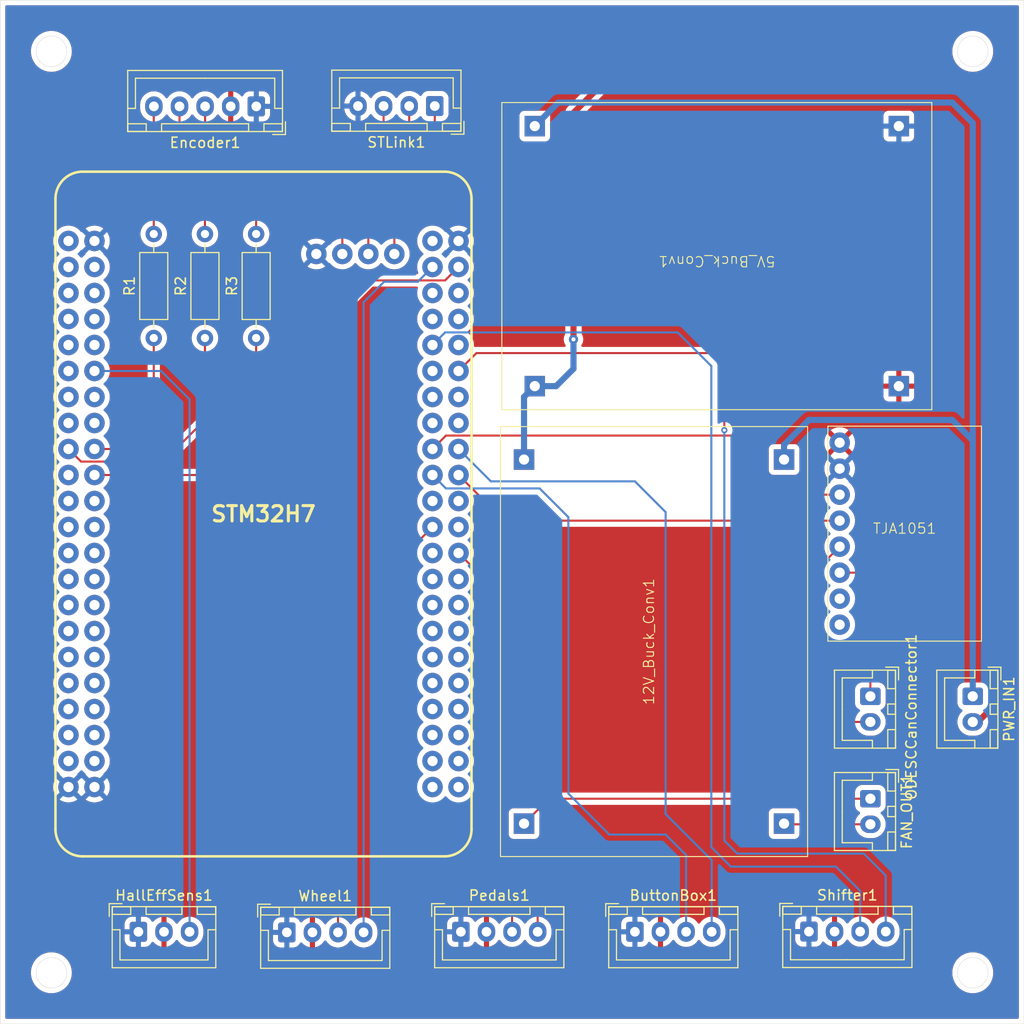
<source format=kicad_pcb>
(kicad_pcb (version 20241229) (generator "pcbnew") (generator_version "9.0")
  (layers (0 "F.Cu" signal "Front") (4 "In1.Cu" signal) (6 "In2.Cu" signal) (2 "B.Cu" signal "Back") (13 "F.Paste" user) (15 "B.Paste" user) (5 "F.SilkS" user "F.Silkscreen") (7 "B.SilkS" user "B.Silkscreen") (1 "F.Mask" user) (3 "B.Mask" user) (25 "Edge.Cuts" user))
  (net 0 "")
  (net 1 "Net-(12V_Buck_Conv1-IN-)")
  (net 2 "Net-(12V_Buck_Conv1-IN+)")
  (net 3 "GND")
  (net 4 "Net-(12V_Buck_Conv1-OUT+)")
  (net 5 "Net-(12V_Buck_Conv1-OUT-)")
  (net 6 "Net-(STM32H7-PC12)")
  (net 7 "Net-(STM32H7-PD2)")
  (net 8 "Net-(Encoder1-Pad5)")
  (net 9 "Net-(Encoder1-Pad3)")
  (net 10 "Net-(Encoder1-Pad4)")
  (net 11 "Net-(STM32H7-PC0)")
  (net 12 "Net-(TJA1051-CANL)")
  (net 13 "Net-(TJA1051-CANH)")
  (net 14 "Net-(STM32H7-PA12)")
  (net 15 "Net-(STM32H7-PA11)")
  (net 16 "Net-(STM32H7-PA0)")
  (net 17 "Net-(STM32H7-PA1)")
  (net 18 "Net-(STM32H7-PA2)")
  (net 19 "Net-(STM32H7-PB4)")
  (net 20 "Net-(STM32H7-PB3)")
  (net 21 "Net-(STM32H7-CLK)")
  (net 22 "Net-(STM32H7-DIO)")
  (net 30 "Net-(STM32H7-PA9)")
  (net 49 "Net-(STM32H7-PE1)")
  (net 54 "Net-(STM32H7-PD0)")
  (net 84 "Net-(STM32H7-PE0)")
  (net 97 "Net-(STM32H7-PD1)")
  (net 98 "+5V")
  (footprint "Resistor_THT:R_Axial_DIN0207_L6.3mm_D2.5mm_P10.16mm_Horizontal" (layer "F.Cu") (at 115 76 90)
    (property "Reference" "R2" (at 5.08 -2.37 90) (layer "F.SilkS"))
    (property "Value" "510" (hide yes))
    (pad "1" thru_hole circle (at 0 0 90) (size 1.6 1.6) (drill 0.8) (layers "*.Cu" "*.Mask") (net 17 "Net-(STM32H7-PA1)"))
    (pad "2" thru_hole circle (at 10.16 0 90) (size 1.6 1.6) (drill 0.8) (layers "*.Cu" "*.Mask") (net 10 "Net-(Encoder1-Pad4)"))
  )
  (footprint "Connector_JST:JST_XH_B4B-XH-A_1x04_P2.50mm_Vertical" (layer "F.Cu") (at 123 134.056676)
    (property "Reference" "Wheel1" (at 3.75 -3.55 0) (layer "F.SilkS"))
    (property "Value" "~")
    (pad "1" thru_hole roundrect (at 0 0) (size 1.7 1.95) (drill 0.95) (layers "*.Cu" "*.Mask") (roundrect_rratio 0.147059) (net 3 "GND"))
    (pad "2" thru_hole oval (at 2.5 0) (size 1.7 1.95) (drill 0.95) (layers "*.Cu" "*.Mask") (net 98 "+5V"))
    (pad "3" thru_hole oval (at 5 0) (size 1.7 1.95) (drill 0.95) (layers "*.Cu" "*.Mask") (net 49 "Net-(STM32H7-PE1)"))
    (pad "4" thru_hole oval (at 7.5 0) (size 1.7 1.95) (drill 0.95) (layers "*.Cu" "*.Mask") (net 84 "Net-(STM32H7-PE0)"))
  )
  (footprint "Connector_JST:JST_XH_B2B-XH-A_1x02_P2.50mm_Vertical" (layer "F.Cu") (at 190 111 -90)
    (property "Reference" "PWR_IN1" (at 1.25 -3.55 90) (layer "F.SilkS"))
    (property "Value" "~" (hide yes))
    (pad "1" thru_hole roundrect (at 0 0 270) (size 1.7 2) (drill 1) (layers "*.Cu" "*.Mask") (roundrect_rratio 0.147059) (net 1 "Net-(12V_Buck_Conv1-IN-)"))
    (pad "2" thru_hole oval (at 2.5 0 270) (size 1.7 2) (drill 1) (layers "*.Cu" "*.Mask") (net 2 "Net-(12V_Buck_Conv1-IN+)"))
  )
  (footprint "Resistor_THT:R_Axial_DIN0207_L6.3mm_D2.5mm_P10.16mm_Horizontal" (layer "F.Cu") (at 110 76 90)
    (property "Reference" "R1" (at 5.08 -2.37 90) (layer "F.SilkS"))
    (property "Value" "510" (hide yes))
    (pad "1" thru_hole circle (at 0 0 90) (size 1.6 1.6) (drill 0.8) (layers "*.Cu" "*.Mask") (net 16 "Net-(STM32H7-PA0)"))
    (pad "2" thru_hole circle (at 10.16 0 90) (size 1.6 1.6) (drill 0.8) (layers "*.Cu" "*.Mask") (net 8 "Net-(Encoder1-Pad5)"))
  )
  (footprint "Connector_JST:JST_XH_B4B-XH-A_1x04_P2.50mm_Vertical" (layer "F.Cu") (at 140 134)
    (property "Reference" "Pedals1" (at 3.75 -3.55 0) (layer "F.SilkS"))
    (property "Value" "~")
    (pad "1" thru_hole roundrect (at 0 0) (size 1.7 1.95) (drill 0.95) (layers "*.Cu" "*.Mask") (roundrect_rratio 0.147059) (net 3 "GND"))
    (pad "2" thru_hole oval (at 2.5 0) (size 1.7 1.95) (drill 0.95) (layers "*.Cu" "*.Mask") (net 98 "+5V"))
    (pad "3" thru_hole oval (at 5 0) (size 1.7 1.95) (drill 0.95) (layers "*.Cu" "*.Mask") (net 14 "Net-(STM32H7-PA12)"))
    (pad "4" thru_hole oval (at 7.5 0) (size 1.7 1.95) (drill 0.95) (layers "*.Cu" "*.Mask") (net 15 "Net-(STM32H7-PA11)"))
  )
  (footprint "Connector_JST:JST_XH_B4B-XH-A_1x04_P2.50mm_Vertical" (layer "F.Cu") (at 174 133.979525)
    (property "Reference" "Shifter1" (at 3.75 -3.55 0) (layer "F.SilkS"))
    (property "Value" "~")
    (pad "1" thru_hole roundrect (at 0 0) (size 1.7 1.95) (drill 0.95) (layers "*.Cu" "*.Mask") (roundrect_rratio 0.147059) (net 3 "GND"))
    (pad "2" thru_hole oval (at 2.5 0) (size 1.7 1.95) (drill 0.95) (layers "*.Cu" "*.Mask") (net 98 "+5V"))
    (pad "3" thru_hole oval (at 5 0) (size 1.7 1.95) (drill 0.95) (layers "*.Cu" "*.Mask") (net 19 "Net-(STM32H7-PB4)"))
    (pad "4" thru_hole oval (at 7.5 0) (size 1.7 1.95) (drill 0.95) (layers "*.Cu" "*.Mask") (net 20 "Net-(STM32H7-PB3)"))
  )
  (footprint "Connector_JST:JST_XH_B4B-XH-A_1x04_P2.50mm_Vertical" (layer "F.Cu") (at 137.450116 53.34 180)
    (property "Reference" "STLink1" (at 3.75 -3.55 0) (layer "F.SilkS"))
    (property "Value" "~")
    (pad "1" thru_hole roundrect (at 0 0 180) (size 1.7 1.95) (drill 0.95) (layers "*.Cu" "*.Mask") (roundrect_rratio 0.147059) (net 30 "Net-(STM32H7-PA9)"))
    (pad "2" thru_hole oval (at 2.5 0 180) (size 1.7 1.95) (drill 0.95) (layers "*.Cu" "*.Mask") (net 22 "Net-(STM32H7-DIO)"))
    (pad "3" thru_hole oval (at 5 0 180) (size 1.7 1.95) (drill 0.95) (layers "*.Cu" "*.Mask") (net 21 "Net-(STM32H7-CLK)"))
    (pad "4" thru_hole oval (at 7.5 0 180) (size 1.7 1.95) (drill 0.95) (layers "*.Cu" "*.Mask") (net 3 "GND"))
  )
  (footprint "Connector_JST:JST_XH_B3B-XH-A_1x03_P2.50mm_Vertical" (layer "F.Cu") (at 108.5 134)
    (property "Reference" "HallEffSens1" (at 2.5 -3.55 0) (layer "F.SilkS"))
    (property "Value" "~")
    (pad "1" thru_hole roundrect (at 0 0) (size 1.7 1.95) (drill 0.95) (layers "*.Cu" "*.Mask") (roundrect_rratio 0.147059) (net 3 "GND"))
    (pad "2" thru_hole oval (at 2.5 0) (size 1.7 1.95) (drill 0.95) (layers "*.Cu" "*.Mask") (net 98 "+5V"))
    (pad "3" thru_hole oval (at 5 0) (size 1.7 1.95) (drill 0.95) (layers "*.Cu" "*.Mask") (net 11 "Net-(STM32H7-PC0)"))
  )
  (footprint "Connector_JST:JST_XH_B4B-XH-A_1x04_P2.50mm_Vertical" (layer "F.Cu") (at 157 134)
    (property "Reference" "ButtonBox1" (at 3.75 -3.55 0) (layer "F.SilkS"))
    (property "Value" "~")
    (pad "1" thru_hole roundrect (at 0 0) (size 1.7 1.95) (drill 0.95) (layers "*.Cu" "*.Mask") (roundrect_rratio 0.147059) (net 3 "GND"))
    (pad "2" thru_hole oval (at 2.5 0) (size 1.7 1.95) (drill 0.95) (layers "*.Cu" "*.Mask") (net 98 "+5V"))
    (pad "3" thru_hole oval (at 5 0) (size 1.7 1.95) (drill 0.95) (layers "*.Cu" "*.Mask") (net 6 "Net-(STM32H7-PC12)"))
    (pad "4" thru_hole oval (at 7.5 0) (size 1.7 1.95) (drill 0.95) (layers "*.Cu" "*.Mask") (net 7 "Net-(STM32H7-PD2)"))
  )
  (footprint "Buck Converter:Buck Converter" (layer "F.Cu") (at 158.868156 105.650339 90)
    (property "Reference" "12V_Buck_Conv1" (at 0 -0.5 90) (layer "F.SilkS") (effects (font (thickness 0.1))))
    (property "Value" "~")
    (pad "1" thru_hole rect (at 17.78 -12.7 90) (size 2 2) (drill 1) (layers "*.Cu" "*.Mask") (net 2 "Net-(12V_Buck_Conv1-IN+)"))
    (pad "2" thru_hole rect (at 17.78 12.7 90) (size 2 2) (drill 1) (layers "*.Cu" "*.Mask") (net 1 "Net-(12V_Buck_Conv1-IN-)"))
    (pad "3" thru_hole rect (at -17.78 -12.7 90) (size 2 2) (drill 1) (layers "*.Cu" "*.Mask") (net 4 "Net-(12V_Buck_Conv1-OUT+)"))
    (pad "4" thru_hole rect (at -17.78 12.7 90) (size 2 2) (drill 1) (layers "*.Cu" "*.Mask") (net 5 "Net-(12V_Buck_Conv1-OUT-)"))
  )
  (footprint "Connector_JST:JST_XH_B2B-XH-A_1x02_P2.50mm_Vertical" (layer "F.Cu") (at 180 121 -90)
    (property "Reference" "FAN_OUT1" (at 1.25 -3.55 90) (layer "F.SilkS"))
    (property "Value" "~" (hide yes))
    (pad "1" thru_hole roundrect (at 0 0 270) (size 1.7 2) (drill 1) (layers "*.Cu" "*.Mask") (roundrect_rratio 0.147059) (net 4 "Net-(12V_Buck_Conv1-OUT+)"))
    (pad "2" thru_hole oval (at 2.5 0 270) (size 1.7 2) (drill 1) (layers "*.Cu" "*.Mask") (net 5 "Net-(12V_Buck_Conv1-OUT-)"))
  )
  (footprint "Resistor_THT:R_Axial_DIN0207_L6.3mm_D2.5mm_P10.16mm_Horizontal" (layer "F.Cu") (at 120 76 90)
    (property "Reference" "R3" (at 5.08 -2.37 90) (layer "F.SilkS"))
    (property "Value" "510" (hide yes))
    (pad "1" thru_hole circle (at 0 0 90) (size 1.6 1.6) (drill 0.8) (layers "*.Cu" "*.Mask") (net 18 "Net-(STM32H7-PA2)"))
    (pad "2" thru_hole circle (at 10.16 0 90) (size 1.6 1.6) (drill 0.8) (layers "*.Cu" "*.Mask") (net 9 "Net-(Encoder1-Pad3)"))
  )
  (footprint "STM32H7 Board:WeAct Board" (layer "F.Cu") (at 120.72 93.19)
    (property "Reference" "STM32H7" (at 0 0 0) (layer "F.SilkS") (effects (font (size 1.5 1.5) (thickness 0.3) (bold yes))))
    (property "Value" "~")
    (pad "1" thru_hole circle (at -19.05 -26.67) (size 2 2) (drill 1) (layers "*.Cu" "*.Mask"))
    (pad "2" thru_hole circle (at -16.51 -26.67) (size 2 2) (drill 1) (layers "*.Cu" "*.Mask") (net 3 "GND"))
    (pad "3" thru_hole circle (at -19.05 -24.13) (size 2 2) (drill 1) (layers "*.Cu" "*.Mask"))
    (pad "4" thru_hole circle (at -16.51 -24.13) (size 2 2) (drill 1) (layers "*.Cu" "*.Mask"))
    (pad "5" thru_hole circle (at -19.05 -21.59) (size 2 2) (drill 1) (layers "*.Cu" "*.Mask"))
    (pad "6" thru_hole circle (at -16.51 -21.59) (size 2 2) (drill 1) (layers "*.Cu" "*.Mask"))
    (pad "7" thru_hole circle (at -19.05 -19.05) (size 2 2) (drill 1) (layers "*.Cu" "*.Mask"))
    (pad "8" thru_hole circle (at -16.51 -19.05) (size 2 2) (drill 1) (layers "*.Cu" "*.Mask"))
    (pad "9" thru_hole circle (at -19.05 -16.51) (size 2 2) (drill 1) (layers "*.Cu" "*.Mask"))
    (pad "10" thru_hole circle (at -16.51 -16.51) (size 2 2) (drill 1) (layers "*.Cu" "*.Mask"))
    (pad "11" thru_hole circle (at -19.05 -13.97) (size 2 2) (drill 1) (layers "*.Cu" "*.Mask"))
    (pad "12" thru_hole circle (at -16.51 -13.97) (size 2 2) (drill 1) (layers "*.Cu" "*.Mask") (net 11 "Net-(STM32H7-PC0)"))
    (pad "13" thru_hole circle (at -19.05 -11.43) (size 2 2) (drill 1) (layers "*.Cu" "*.Mask"))
    (pad "14" thru_hole circle (at -16.51 -11.43) (size 2 2) (drill 1) (layers "*.Cu" "*.Mask"))
    (pad "15" thru_hole circle (at -19.05 -8.89) (size 2 2) (drill 1) (layers "*.Cu" "*.Mask"))
    (pad "16" thru_hole circle (at -16.51 -8.89) (size 2 2) (drill 1) (layers "*.Cu" "*.Mask"))
    (pad "17" thru_hole circle (at -19.05 -6.35) (size 2 2) (drill 1) (layers "*.Cu" "*.Mask") (net 17 "Net-(STM32H7-PA1)"))
    (pad "18" thru_hole circle (at -16.51 -6.35) (size 2 2) (drill 1) (layers "*.Cu" "*.Mask") (net 16 "Net-(STM32H7-PA0)"))
    (pad "19" thru_hole circle (at -19.05 -3.81) (size 2 2) (drill 1) (layers "*.Cu" "*.Mask"))
    (pad "20" thru_hole circle (at -16.51 -3.81) (size 2 2) (drill 1) (layers "*.Cu" "*.Mask") (net 18 "Net-(STM32H7-PA2)"))
    (pad "21" thru_hole circle (at -19.05 -1.27) (size 2 2) (drill 1) (layers "*.Cu" "*.Mask"))
    (pad "22" thru_hole circle (at -16.51 -1.27) (size 2 2) (drill 1) (layers "*.Cu" "*.Mask"))
    (pad "23" thru_hole circle (at -19.05 1.27) (size 2 2) (drill 1) (layers "*.Cu" "*.Mask"))
    (pad "24" thru_hole circle (at -16.51 1.27) (size 2 2) (drill 1) (layers "*.Cu" "*.Mask"))
    (pad "25" thru_hole circle (at -19.05 3.81) (size 2 2) (drill 1) (layers "*.Cu" "*.Mask"))
    (pad "26" thru_hole circle (at -16.51 3.81) (size 2 2) (drill 1) (layers "*.Cu" "*.Mask"))
    (pad "27" thru_hole circle (at -19.05 6.35) (size 2 2) (drill 1) (layers "*.Cu" "*.Mask"))
    (pad "28" thru_hole circle (at -16.51 6.35) (size 2 2) (drill 1) (layers "*.Cu" "*.Mask"))
    (pad "29" thru_hole circle (at -19.05 8.89) (size 2 2) (drill 1) (layers "*.Cu" "*.Mask"))
    (pad "30" thru_hole circle (at -16.51 8.89) (size 2 2) (drill 1) (layers "*.Cu" "*.Mask"))
    (pad "31" thru_hole circle (at -19.05 11.43) (size 2 2) (drill 1) (layers "*.Cu" "*.Mask"))
    (pad "32" thru_hole circle (at -16.51 11.43) (size 2 2) (drill 1) (layers "*.Cu" "*.Mask"))
    (pad "33" thru_hole circle (at -19.05 13.97) (size 2 2) (drill 1) (layers "*.Cu" "*.Mask"))
    (pad "34" thru_hole circle (at -16.51 13.97) (size 2 2) (drill 1) (layers "*.Cu" "*.Mask"))
    (pad "35" thru_hole circle (at -19.05 16.51) (size 2 2) (drill 1) (layers "*.Cu" "*.Mask"))
    (pad "36" thru_hole circle (at -16.51 16.51) (size 2 2) (drill 1) (layers "*.Cu" "*.Mask"))
    (pad "37" thru_hole circle (at -19.05 19.05) (size 2 2) (drill 1) (layers "*.Cu" "*.Mask"))
    (pad "38" thru_hole circle (at -16.51 19.05) (size 2 2) (drill 1) (layers "*.Cu" "*.Mask"))
    (pad "39" thru_hole circle (at -19.05 21.59) (size 2 2) (drill 1) (layers "*.Cu" "*.Mask"))
    (pad "40" thru_hole circle (at -16.51 21.59) (size 2 2) (drill 1) (layers "*.Cu" "*.Mask"))
    (pad "41" thru_hole circle (at -19.05 24.13) (size 2 2) (drill 1) (layers "*.Cu" "*.Mask"))
    (pad "42" thru_hole circle (at -16.51 24.13) (size 2 2) (drill 1) (layers "*.Cu" "*.Mask"))
    (pad "43" thru_hole circle (at -19.05 26.67) (size 2 2) (drill 1) (layers "*.Cu" "*.Mask") (net 3 "GND"))
    (pad "44" thru_hole circle (at -16.51 26.67) (size 2 2) (drill 1) (layers "*.Cu" "*.Mask") (net 3 "GND"))
    (pad "45" thru_hole circle (at 16.51 26.67) (size 2 2) (drill 1) (layers "*.Cu" "*.Mask"))
    (pad "46" thru_hole circle (at 19.05 26.67) (size 2 2) (drill 1) (layers "*.Cu" "*.Mask"))
    (pad "47" thru_hole circle (at 16.51 24.13) (size 2 2) (drill 1) (layers "*.Cu" "*.Mask"))
    (pad "48" thru_hole circle (at 19.05 24.13) (size 2 2) (drill 1) (layers "*.Cu" "*.Mask"))
    (pad "49" thru_hole circle (at 16.51 21.59) (size 2 2) (drill 1) (layers "*.Cu" "*.Mask"))
    (pad "50" thru_hole circle (at 19.05 21.59) (size 2 2) (drill 1) (layers "*.Cu" "*.Mask"))
    (pad "51" thru_hole circle (at 16.51 19.05) (size 2 2) (drill 1) (layers "*.Cu" "*.Mask"))
    (pad "52" thru_hole circle (at 19.05 19.05) (size 2 2) (drill 1) (layers "*.Cu" "*.Mask"))
    (pad "53" thru_hole circle (at 16.51 16.51) (size 2 2) (drill 1) (layers "*.Cu" "*.Mask"))
    (pad "54" thru_hole circle (at 19.05 16.51) (size 2 2) (drill 1) (layers "*.Cu" "*.Mask"))
    (pad "55" thru_hole circle (at 16.51 13.97) (size 2 2) (drill 1) (layers "*.Cu" "*.Mask"))
    (pad "56" thru_hole circle (at 19.05 13.97) (size 2 2) (drill 1) (layers "*.Cu" "*.Mask"))
    (pad "57" thru_hole circle (at 16.51 11.43) (size 2 2) (drill 1) (layers "*.Cu" "*.Mask"))
    (pad "58" thru_hole circle (at 19.05 11.43) (size 2 2) (drill 1) (layers "*.Cu" "*.Mask"))
    (pad "59" thru_hole circle (at 16.51 8.89) (size 2 2) (drill 1) (layers "*.Cu" "*.Mask"))
    (pad "60" thru_hole circle (at 19.05 8.89) (size 2 2) (drill 1) (layers "*.Cu" "*.Mask"))
    (pad "61" thru_hole circle (at 16.51 6.35) (size 2 2) (drill 1) (layers "*.Cu" "*.Mask"))
    (pad "62" thru_hole circle (at 19.05 6.35) (size 2 2) (drill 1) (layers "*.Cu" "*.Mask") (net 30 "Net-(STM32H7-PA9)"))
    (pad "63" thru_hole circle (at 16.51 3.81) (size 2 2) (drill 1) (layers "*.Cu" "*.Mask"))
    (pad "64" thru_hole circle (at 19.05 3.81) (size 2 2) (drill 1) (layers "*.Cu" "*.Mask") (net 15 "Net-(STM32H7-PA11)"))
    (pad "65" thru_hole circle (at 16.51 1.27) (size 2 2) (drill 1) (layers "*.Cu" "*.Mask") (net 14 "Net-(STM32H7-PA12)"))
    (pad "66" thru_hole circle (at 19.05 1.27) (size 2 2) (drill 1) (layers "*.Cu" "*.Mask"))
    (pad "67" thru_hole circle (at 16.51 -1.27) (size 2 2) (drill 1) (layers "*.Cu" "*.Mask"))
    (pad "68" thru_hole circle (at 19.05 -1.27) (size 2 2) (drill 1) (layers "*.Cu" "*.Mask"))
    (pad "69" thru_hole circle (at 16.51 -3.81) (size 2 2) (drill 1) (layers "*.Cu" "*.Mask") (net 6 "Net-(STM32H7-PC12)"))
    (pad "70" thru_hole circle (at 19.05 -3.81) (size 2 2) (drill 1) (layers "*.Cu" "*.Mask") (net 54 "Net-(STM32H7-PD0)"))
    (pad "71" thru_hole circle (at 16.51 -6.35) (size 2 2) (drill 1) (layers "*.Cu" "*.Mask") (net 97 "Net-(STM32H7-PD1)"))
    (pad "72" thru_hole circle (at 19.05 -6.35) (size 2 2) (drill 1) (layers "*.Cu" "*.Mask") (net 7 "Net-(STM32H7-PD2)"))
    (pad "73" thru_hole circle (at 16.51 -8.89) (size 2 2) (drill 1) (layers "*.Cu" "*.Mask"))
    (pad "74" thru_hole circle (at 19.05 -8.89) (size 2 2) (drill 1) (layers "*.Cu" "*.Mask"))
    (pad "75" thru_hole circle (at 16.51 -11.43) (size 2 2) (drill 1) (layers "*.Cu" "*.Mask"))
    (pad "76" thru_hole circle (at 19.05 -11.43) (size 2 2) (drill 1) (layers "*.Cu" "*.Mask"))
    (pad "77" thru_hole circle (at 16.51 -13.97) (size 2 2) (drill 1) (layers "*.Cu" "*.Mask"))
    (pad "78" thru_hole circle (at 19.05 -13.97) (size 2 2) (drill 1) (layers "*.Cu" "*.Mask") (net 20 "Net-(STM32H7-PB3)"))
    (pad "79" thru_hole circle (at 16.51 -16.51) (size 2 2) (drill 1) (layers "*.Cu" "*.Mask") (net 19 "Net-(STM32H7-PB4)"))
    (pad "80" thru_hole circle (at 19.05 -16.51) (size 2 2) (drill 1) (layers "*.Cu" "*.Mask"))
    (pad "81" thru_hole circle (at 16.51 -19.05) (size 2 2) (drill 1) (layers "*.Cu" "*.Mask"))
    (pad "82" thru_hole circle (at 19.05 -19.05) (size 2 2) (drill 1) (layers "*.Cu" "*.Mask"))
    (pad "83" thru_hole circle (at 16.51 -21.59) (size 2 2) (drill 1) (layers "*.Cu" "*.Mask"))
    (pad "84" thru_hole circle (at 19.05 -21.59) (size 2 2) (drill 1) (layers "*.Cu" "*.Mask"))
    (pad "85" thru_hole circle (at 16.51 -24.13) (size 2 2) (drill 1) (layers "*.Cu" "*.Mask") (net 84 "Net-(STM32H7-PE0)"))
    (pad "86" thru_hole circle (at 19.05 -24.13) (size 2 2) (drill 1) (layers "*.Cu" "*.Mask") (net 49 "Net-(STM32H7-PE1)"))
    (pad "87" thru_hole circle (at 16.51 -26.67) (size 2 2) (drill 1) (layers "*.Cu" "*.Mask"))
    (pad "88" thru_hole circle (at 19.05 -26.67) (size 2 2) (drill 1) (layers "*.Cu" "*.Mask") (net 3 "GND"))
    (pad "89" thru_hole circle (at 12.78 -25.4) (size 2 2) (drill 1) (layers "*.Cu" "*.Mask") (net 30 "Net-(STM32H7-PA9)"))
    (pad "90" thru_hole circle (at 10.24 -25.4) (size 2 2) (drill 1) (layers "*.Cu" "*.Mask") (net 22 "Net-(STM32H7-DIO)"))
    (pad "91" thru_hole circle (at 7.7 -25.4) (size 2 2) (drill 1) (layers "*.Cu" "*.Mask") (net 21 "Net-(STM32H7-CLK)"))
    (pad "92" thru_hole circle (at 5.16 -25.4) (size 2 2) (drill 1) (layers "*.Cu" "*.Mask") (net 3 "GND"))
  )
  (footprint "Connector_JST:JST_XH_B5B-XH-A_1x05_P2.50mm_Vertical" (layer "F.Cu") (at 120.015 53.371787 180)
    (property "Reference" "Encoder1" (at 5 -3.55 0) (layer "F.SilkS"))
    (property "Value" "~")
    (pad "1" thru_hole roundrect (at 0 0 180) (size 1.7 1.95) (drill 0.95) (layers "*.Cu" "*.Mask") (roundrect_rratio 0.147059) (net 3 "GND"))
    (pad "2" thru_hole oval (at 2.5 0 180) (size 1.7 1.95) (drill 0.95) (layers "*.Cu" "*.Mask") (net 98 "+5V"))
    (pad "3" thru_hole oval (at 5 0 180) (size 1.7 1.95) (drill 0.95) (layers "*.Cu" "*.Mask") (net 9 "Net-(Encoder1-Pad3)"))
    (pad "4" thru_hole oval (at 7.5 0 180) (size 1.7 1.95) (drill 0.95) (layers "*.Cu" "*.Mask") (net 10 "Net-(Encoder1-Pad4)"))
    (pad "5" thru_hole oval (at 10 0 180) (size 1.7 1.95) (drill 0.95) (layers "*.Cu" "*.Mask") (net 8 "Net-(Encoder1-Pad5)"))
  )
  (footprint "TJA1051 Board:TJA1051 Board" (layer "F.Cu") (at 183.35 95.11)
    (property "Reference" "TJA1051" (at 0 -0.5 0) (layer "F.SilkS") (effects (font (thickness 0.1))))
    (property "Value" "~")
    (pad "1" thru_hole circle (at -6.35 -8.89) (size 2 2) (drill 1) (layers "*.Cu" "*.Mask") (net 98 "+5V"))
    (pad "2" thru_hole circle (at -6.35 -6.35) (size 2 2) (drill 1) (layers "*.Cu" "*.Mask") (net 3 "GND"))
    (pad "3" thru_hole circle (at -6.35 -3.81) (size 2 2) (drill 1) (layers "*.Cu" "*.Mask") (net 97 "Net-(STM32H7-PD1)"))
    (pad "4" thru_hole circle (at -6.35 -1.27) (size 2 2) (drill 1) (layers "*.Cu" "*.Mask") (net 54 "Net-(STM32H7-PD0)"))
    (pad "5" thru_hole circle (at -6.35 1.27) (size 2 2) (drill 1) (layers "*.Cu" "*.Mask") (net 13 "Net-(TJA1051-CANH)"))
    (pad "6" thru_hole circle (at -6.35 3.81) (size 2 2) (drill 1) (layers "*.Cu" "*.Mask") (net 12 "Net-(TJA1051-CANL)"))
    (pad "7" thru_hole circle (at -6.35 6.35) (size 2 2) (drill 1) (layers "*.Cu" "*.Mask"))
    (pad "8" thru_hole circle (at -6.35 8.89) (size 2 2) (drill 1) (layers "*.Cu" "*.Mask") (net 30 "Net-(STM32H7-PA9)"))
  )
  (footprint "Buck Converter:Buck Converter" (layer "F.Cu") (at 165 68 180)
    (property "Reference" "5V_Buck_Conv1" (at 0 -0.5 180) (layer "F.SilkS") (effects (font (thickness 0.1))))
    (property "Value" "~")
    (pad "1" thru_hole rect (at 17.78 -12.7 180) (size 2 2) (drill 1) (layers "*.Cu" "*.Mask") (net 2 "Net-(12V_Buck_Conv1-IN+)"))
    (pad "2" thru_hole rect (at 17.78 12.7 180) (size 2 2) (drill 1) (layers "*.Cu" "*.Mask") (net 1 "Net-(12V_Buck_Conv1-IN-)"))
    (pad "3" thru_hole rect (at -17.78 -12.7 180) (size 2 2) (drill 1) (layers "*.Cu" "*.Mask") (net 98 "+5V"))
    (pad "4" thru_hole rect (at -17.78 12.7 180) (size 2 2) (drill 1) (layers "*.Cu" "*.Mask") (net 3 "GND"))
  )
  (footprint "Connector_JST:JST_XH_B2B-XH-A_1x02_P2.50mm_Vertical" (layer "F.Cu") (at 180 111 -90)
    (property "Reference" "ODESCCanConnector1" (at 2 -4 90) (layer "F.SilkS"))
    (property "Value" "~")
    (pad "1" thru_hole roundrect (at 0 0 270) (size 1.7 2) (drill 1) (layers "*.Cu" "*.Mask") (roundrect_rratio 0.147059) (net 12 "Net-(TJA1051-CANL)"))
    (pad "2" thru_hole oval (at 2.5 0 270) (size 1.7 2) (drill 1) (layers "*.Cu" "*.Mask") (net 13 "Net-(TJA1051-CANH)"))
  )
  (gr_circle (center 190 138) (end 191.5 138) (stroke (width 0.0381)) (fill no) (layer "Edge.Cuts"))
  (gr_circle (center 190 48) (end 191.5 48) (stroke (width 0.0381)) (fill no) (layer "Edge.Cuts"))
  (gr_rect (start 95 43) (end 195 143) (stroke (width 0.0381)) (fill no) (layer "Edge.Cuts"))
  (gr_circle (center 100 138) (end 101.5 138) (stroke (width 0.0381)) (fill no) (layer "Edge.Cuts"))
  (gr_circle (center 100 48) (end 101.5 48) (stroke (width 0.0381)) (fill no) (layer "Edge.Cuts"))
  (segment (start 190 86) (end 190 55) (width 0.6) (layer "B.Cu") (net 1))
  (segment (start 149.52 53) (end 147.22 55.3) (width 0.6) (layer "B.Cu") (net 1))
  (segment (start 171.568156 86.431844) (end 174 84) (width 0.6) (layer "B.Cu") (net 1))
  (segment (start 190 111) (end 190 86) (width 0.6) (layer "B.Cu") (net 1))
  (segment (start 188 84) (end 190 86) (width 0.6) (layer "B.Cu") (net 1))
  (segment (start 190 55) (end 188 53) (width 0.6) (layer "B.Cu") (net 1))
  (segment (start 174 84) (end 188 84) (width 0.6) (layer "B.Cu") (net 1))
  (segment (start 188 53) (end 149.52 53) (width 0.6) (layer "B.Cu") (net 1))
  (segment (start 171.568156 87.870339) (end 171.568156 86.431844) (width 0.6) (layer "B.Cu") (net 1))
  (segment (start 190.5 113.5) (end 192 112) (width 0.6) (layer "F.Cu") (net 2))
  (segment (start 192 112) (end 192 54) (width 0.6) (layer "F.Cu") (net 2))
  (segment (start 189 51) (end 154 51) (width 0.6) (layer "F.Cu") (net 2))
  (segment (start 192 54) (end 189 51) (width 0.6) (layer "F.Cu") (net 2))
  (segment (start 154 51) (end 151 54) (width 0.6) (layer "F.Cu") (net 2))
  (segment (start 151 54) (end 151 76.129) (width 0.6) (layer "F.Cu") (net 2))
  (segment (start 190 113.5) (end 190.5 113.5) (width 0.6) (layer "F.Cu") (net 2))
  (via (at 151 76.129) (size 0.9) (drill 0.4) (layers "F.Cu" "B.Cu") (net 2))
  (segment (start 149.3 80.7) (end 147.22 80.7) (width 0.6) (layer "B.Cu") (net 2))
  (segment (start 146.168156 87.870339) (end 146.168156 81.751844) (width 0.6) (layer "B.Cu") (net 2))
  (segment (start 151 76.129) (end 151 79) (width 0.6) (layer "B.Cu") (net 2))
  (segment (start 146.168156 81.751844) (end 147.22 80.7) (width 0.6) (layer "B.Cu") (net 2))
  (segment (start 151 79) (end 149.3 80.7) (width 0.6) (layer "B.Cu") (net 2))
  (segment (start 126 67.67) (end 125.88 67.79) (width 0.127) (layer "F.Cu") (net 3))
  (segment (start 148.598495 121) (end 146.168156 123.430339) (width 0.2) (layer "F.Cu") (net 4))
  (segment (start 180 121) (end 148.598495 121) (width 0.2) (layer "F.Cu") (net 4))
  (segment (start 180 123.5) (end 171.637817 123.5) (width 0.2) (layer "F.Cu") (net 5))
  (segment (start 171.637817 123.5) (end 171.568156 123.430339) (width 0.2) (layer "F.Cu") (net 5))
  (segment (start 147.692 90.692) (end 138.542 90.692) (width 0.2) (layer "B.Cu") (net 6))
  (segment (start 138.542 90.692) (end 137.23 89.38) (width 0.2) (layer "B.Cu") (net 6))
  (segment (start 150.5 93.5) (end 147.692 90.692) (width 0.2) (layer "B.Cu") (net 6))
  (segment (start 162 126.5) (end 160 124.5) (width 0.2) (layer "B.Cu") (net 6))
  (segment (start 160 124.5) (end 154.5 124.5) (width 0.2) (layer "B.Cu") (net 6))
  (segment (start 162 134) (end 162 126.5) (width 0.2) (layer "B.Cu") (net 6))
  (segment (start 150.5 120.5) (end 150.5 93.5) (width 0.2) (layer "B.Cu") (net 6))
  (segment (start 154.5 124.5) (end 150.5 120.5) (width 0.2) (layer "B.Cu") (net 6))
  (segment (start 160 122.5) (end 160 93) (width 0.2) (layer "B.Cu") (net 7))
  (segment (start 160 93) (end 157 90) (width 0.2) (layer "B.Cu") (net 7))
  (segment (start 157 90) (end 142.93 90) (width 0.2) (layer "B.Cu") (net 7))
  (segment (start 142.93 90) (end 139.77 86.84) (width 0.2) (layer "B.Cu") (net 7))
  (segment (start 164.5 134) (end 164.5 127) (width 0.2) (layer "B.Cu") (net 7))
  (segment (start 164.5 127) (end 160 122.5) (width 0.2) (layer "B.Cu") (net 7))
  (segment (start 110 53.386787) (end 110.015 53.371787) (width 0.2) (layer "F.Cu") (net 8))
  (segment (start 110 65.84) (end 110 53.386787) (width 0.2) (layer "F.Cu") (net 8))
  (segment (start 115.015 57.23) (end 115.015 53.371787) (width 0.2) (layer "F.Cu") (net 9))
  (segment (start 120 62.215) (end 115.015 57.23) (width 0.2) (layer "F.Cu") (net 9))
  (segment (start 120 65.84) (end 120 62.215) (width 0.2) (layer "F.Cu") (net 9))
  (segment (start 115 65.84) (end 115 61.66) (width 0.2) (layer "F.Cu") (net 10))
  (segment (start 115 61.66) (end 112.515 59.175) (width 0.2) (layer "F.Cu") (net 10))
  (segment (start 112.515 59.175) (end 112.515 53.371787) (width 0.2) (layer "F.Cu") (net 10))
  (segment (start 113.5 134) (end 113.5 82) (width 0.2) (layer "B.Cu") (net 11))
  (segment (start 110.72 79.22) (end 104.21 79.22) (width 0.2) (layer "B.Cu") (net 11))
  (segment (start 113.5 82) (end 110.72 79.22) (width 0.2) (layer "B.Cu") (net 11))
  (segment (start 180 111) (end 180 100) (width 0.2) (layer "F.Cu") (net 12))
  (segment (start 178.92 98.92) (end 177 98.92) (width 0.2) (layer "F.Cu") (net 12))
  (segment (start 180 100) (end 178.92 98.92) (width 0.2) (layer "F.Cu") (net 12))
  (segment (start 175 98.38) (end 177 96.38) (width 0.2) (layer "F.Cu") (net 13))
  (segment (start 180 113.5) (end 176.5 113.5) (width 0.2) (layer "F.Cu") (net 13))
  (segment (start 175 112) (end 175 98.38) (width 0.2) (layer "F.Cu") (net 13))
  (segment (start 176.5 113.5) (end 175 112) (width 0.2) (layer "F.Cu") (net 13))
  (segment (start 133.985 125.985) (end 133.985 123.825) (width 0.2) (layer "F.Cu") (net 14))
  (segment (start 145 129.5) (end 143.5 128) (width 0.2) (layer "F.Cu") (net 14))
  (segment (start 145 134) (end 145 129.5) (width 0.2) (layer "F.Cu") (net 14))
  (segment (start 136 128) (end 133.985 125.985) (width 0.2) (layer "F.Cu") (net 14))
  (segment (start 143.5 128) (end 136 128) (width 0.2) (layer "F.Cu") (net 14))
  (segment (start 133.985 123.825) (end 133.985 97.705) (width 0.2) (layer "F.Cu") (net 14))
  (segment (start 133.985 97.705) (end 137.23 94.46) (width 0.2) (layer "F.Cu") (net 14))
  (segment (start 147.5 129.5) (end 143 125) (width 0.2) (layer "F.Cu") (net 15))
  (segment (start 143 100.23) (end 139.77 97) (width 0.2) (layer "F.Cu") (net 15))
  (segment (start 143 125) (end 143 100.23) (width 0.2) (layer "F.Cu") (net 15))
  (segment (start 147.5 134) (end 147.5 129.5) (width 0.2) (layer "F.Cu") (net 15))
  (segment (start 110 76) (end 110 84) (width 0.2) (layer "F.Cu") (net 16))
  (segment (start 107.16 86.84) (end 104.21 86.84) (width 0.2) (layer "F.Cu") (net 16))
  (segment (start 110 84) (end 107.16 86.84) (width 0.2) (layer "F.Cu") (net 16))
  (segment (start 110.932 88.068) (end 102.898 88.068) (width 0.2) (layer "F.Cu") (net 17))
  (segment (start 102.898 88.068) (end 101.67 86.84) (width 0.2) (layer "F.Cu") (net 17))
  (segment (start 115 84) (end 110.932 88.068) (width 0.2) (layer "F.Cu") (net 17))
  (segment (start 115 76) (end 115 84) (width 0.2) (layer "F.Cu") (net 17))
  (segment (start 120 76) (end 120 86) (width 0.2) (layer "F.Cu") (net 18))
  (segment (start 116.62 89.38) (end 104.21 89.38) (width 0.2) (layer "F.Cu") (net 18))
  (segment (start 120 86) (end 116.62 89.38) (width 0.2) (layer "F.Cu") (net 18))
  (segment (start 161.177 75.452) (end 138.458 75.452) (width 0.2) (layer "B.Cu") (net 19))
  (segment (start 164.465 125.73) (end 164.465 78.74) (width 0.2) (layer "B.Cu") (net 19))
  (segment (start 179 130) (end 176.635 127.635) (width 0.2) (layer "B.Cu") (net 19))
  (segment (start 164.465 78.74) (end 161.177 75.452) (width 0.2) (layer "B.Cu") (net 19))
  (segment (start 176.635 127.635) (end 166.37 127.635) (width 0.2) (layer "B.Cu") (net 19))
  (segment (start 179 133.979525) (end 179 130) (width 0.2) (layer "B.Cu") (net 19))
  (segment (start 138.458 75.452) (end 137.23 76.68) (width 0.2) (layer "B.Cu") (net 19))
  (segment (start 166.37 127.635) (end 164.465 125.73) (width 0.2) (layer "B.Cu") (net 19))
  (segment (start 164.465 77.47) (end 141.52 77.47) (width 0.2) (layer "F.Cu") (net 20))
  (segment (start 165.735 78.74) (end 164.465 77.47) (width 0.2) (layer "F.Cu") (net 20))
  (segment (start 165.735 85.001) (end 165.735 78.74) (width 0.2) (layer "F.Cu") (net 20))
  (segment (start 141.52 77.47) (end 139.77 79.22) (width 0.2) (layer "F.Cu") (net 20))
  (via (at 165.735 85.001) (size 0.6) (drill 0.3) (layers "F.Cu" "B.Cu") (net 20))
  (segment (start 179.365 126.365) (end 167.005 126.365) (width 0.2) (layer "B.Cu") (net 20))
  (segment (start 181.5 128.5) (end 179.365 126.365) (width 0.2) (layer "B.Cu") (net 20))
  (segment (start 165.735 125.095) (end 165.735 85.001) (width 0.2) (layer "B.Cu") (net 20))
  (segment (start 167.005 126.365) (end 165.735 125.095) (width 0.2) (layer "B.Cu") (net 20))
  (segment (start 181.5 133.979525) (end 181.5 128.5) (width 0.2) (layer "B.Cu") (net 20))
  (segment (start 128.5 67.71) (end 128.42 67.79) (width 0.127) (layer "F.Cu") (net 21))
  (segment (start 128.42 60.81) (end 128.42 67.79) (width 0.2) (layer "F.Cu") (net 21))
  (segment (start 132.450116 56.779884) (end 128.42 60.81) (width 0.2) (layer "F.Cu") (net 21))
  (segment (start 132.450116 53.34) (end 132.450116 56.779884) (width 0.2) (layer "F.Cu") (net 21))
  (segment (start 134.950116 53.5) (end 134.910116 53.54) (width 0.127) (layer "F.Cu") (net 22))
  (segment (start 134.950116 53.34) (end 134.950116 57.454884) (width 0.2) (layer "F.Cu") (net 22))
  (segment (start 134.950116 53) (end 134.950116 53.5) (width 0.127) (layer "F.Cu") (net 22))
  (segment (start 130.96 61.445) (end 130.96 67.79) (width 0.2) (layer "F.Cu") (net 22))
  (segment (start 134.950116 57.454884) (end 130.96 61.445) (width 0.2) (layer "F.Cu") (net 22))
  (segment (start 133.5 62.08) (end 133.5 67.79) (width 0.2) (layer "F.Cu") (net 30))
  (segment (start 137.450116 58.129884) (end 133.5 62.08) (width 0.2) (layer "F.Cu") (net 30))
  (segment (start 137.450116 53.34) (end 137.450116 58.129884) (width 0.2) (layer "F.Cu") (net 30))
  (segment (start 128 134.056676) (end 128 73.5) (width 0.2) (layer "F.Cu") (net 49))
  (segment (start 128 73.5) (end 131.128 70.372) (width 0.2) (layer "F.Cu") (net 49))
  (segment (start 138.458 70.372) (end 139.77 69.06) (width 0.2) (layer "F.Cu") (net 49))
  (segment (start 131.128 70.372) (end 138.458 70.372) (width 0.2) (layer "F.Cu") (net 49))
  (segment (start 144.23 93.84) (end 139.77 89.38) (width 0.2) (layer "F.Cu") (net 54))
  (segment (start 177 93.84) (end 144.23 93.84) (width 0.2) (layer "F.Cu") (net 54))
  (segment (start 130.5 72.5) (end 132.5 70.5) (width 0.2) (layer "B.Cu") (net 84))
  (segment (start 130.5 134.056676) (end 130.5 72.5) (width 0.2) (layer "B.Cu") (net 84))
  (segment (start 135.79 70.5) (end 137.23 69.06) (width 0.2) (layer "B.Cu") (net 84))
  (segment (start 132.5 70.5) (end 135.79 70.5) (width 0.2) (layer "B.Cu") (net 84))
  (segment (start 138.542 85.528) (end 137.23 86.84) (width 0.2) (layer "F.Cu") (net 97))
  (segment (start 168.275 86.995) (end 166.808 85.528) (width 0.2) (layer "F.Cu") (net 97))
  (segment (start 168.275 90.805) (end 168.275 86.995) (width 0.2) (layer "F.Cu") (net 97))
  (segment (start 177 91.3) (end 168.77 91.3) (width 0.2) (layer "F.Cu") (net 97))
  (segment (start 166.808 85.528) (end 138.542 85.528) (width 0.2) (layer "F.Cu") (net 97))
  (segment (start 168.77 91.3) (end 168.275 90.805) (width 0.2) (layer "F.Cu") (net 97))
  (zone (net 98) (net_name "+5V") (layer "F.Cu") (priority 1) (connect_pads (clearance 0.5)) (min_thickness 0.25) (fill yes (thermal_gap 0.5) (thermal_bridge_width 0.5))
    (polygon (pts (xy 95 43) (xy 195 43) (xy 195 143) (xy 95 143)))
  )
  (zone (net 3) (net_name "GND") (layer "B.Cu") (connect_pads (clearance 0.5)) (min_thickness 0.25) (fill yes (thermal_gap 0.5) (thermal_bridge_width 0.5))
    (polygon (pts (xy 95 43) (xy 195 43) (xy 195 143) (xy 95 143)))
  )
)
</source>
